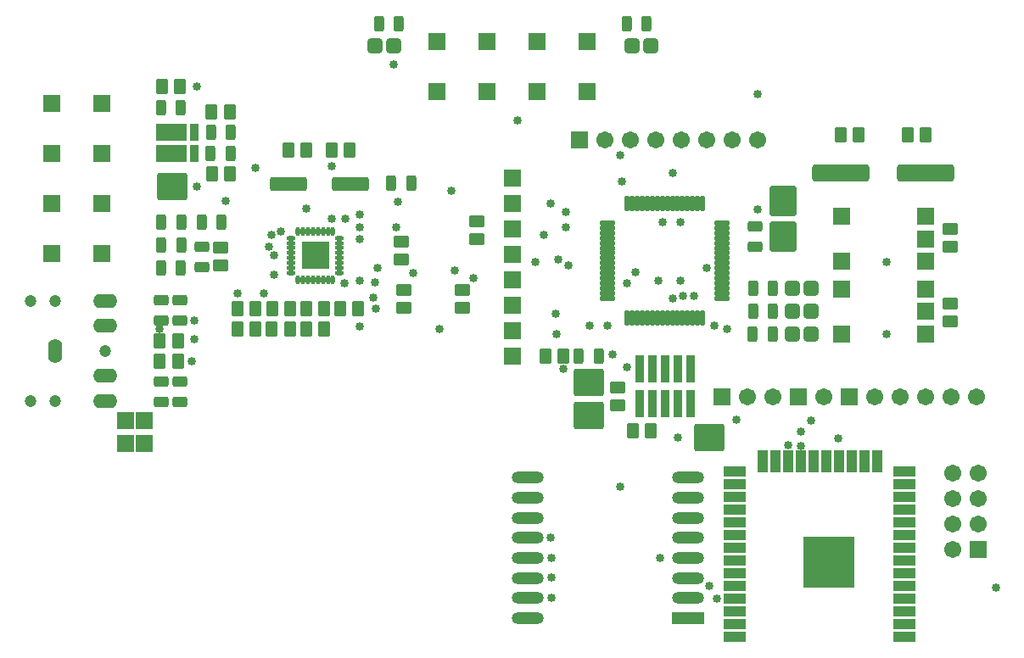
<source format=gts>
G04 Layer_Color=8388736*
%FSLAX43Y43*%
%MOMM*%
G71*
G01*
G75*
G04:AMPARAMS|DCode=57|XSize=2.997mm|YSize=2.743mm|CornerRadius=0.343mm|HoleSize=0mm|Usage=FLASHONLY|Rotation=180.000|XOffset=0mm|YOffset=0mm|HoleType=Round|Shape=RoundedRectangle|*
%AMROUNDEDRECTD57*
21,1,2.997,2.057,0,0,180.0*
21,1,2.311,2.743,0,0,180.0*
1,1,0.686,-1.156,1.029*
1,1,0.686,1.156,1.029*
1,1,0.686,1.156,-1.029*
1,1,0.686,-1.156,-1.029*
%
%ADD57ROUNDEDRECTD57*%
G04:AMPARAMS|DCode=58|XSize=2.997mm|YSize=2.743mm|CornerRadius=0.343mm|HoleSize=0mm|Usage=FLASHONLY|Rotation=270.000|XOffset=0mm|YOffset=0mm|HoleType=Round|Shape=RoundedRectangle|*
%AMROUNDEDRECTD58*
21,1,2.997,2.057,0,0,270.0*
21,1,2.311,2.743,0,0,270.0*
1,1,0.686,-1.029,-1.156*
1,1,0.686,-1.029,1.156*
1,1,0.686,1.029,1.156*
1,1,0.686,1.029,-1.156*
%
%ADD58ROUNDEDRECTD58*%
%ADD59R,1.727X1.727*%
%ADD60R,2.803X2.803*%
%ADD61O,0.953X0.453*%
%ADD62O,0.453X0.953*%
G04:AMPARAMS|DCode=63|XSize=1.603mm|YSize=1.203mm|CornerRadius=0.227mm|HoleSize=0mm|Usage=FLASHONLY|Rotation=270.000|XOffset=0mm|YOffset=0mm|HoleType=Round|Shape=RoundedRectangle|*
%AMROUNDEDRECTD63*
21,1,1.603,0.750,0,0,270.0*
21,1,1.150,1.203,0,0,270.0*
1,1,0.453,-0.375,-0.575*
1,1,0.453,-0.375,0.575*
1,1,0.453,0.375,0.575*
1,1,0.453,0.375,-0.575*
%
%ADD63ROUNDEDRECTD63*%
%ADD64R,5.203X5.203*%
%ADD65R,1.103X2.203*%
%ADD66R,2.203X1.103*%
G04:AMPARAMS|DCode=67|XSize=1.473mm|YSize=2.743mm|CornerRadius=0.26mm|HoleSize=0mm|Usage=FLASHONLY|Rotation=180.000|XOffset=0mm|YOffset=0mm|HoleType=Round|Shape=RoundedRectangle|*
%AMROUNDEDRECTD67*
21,1,1.473,2.223,0,0,180.0*
21,1,0.953,2.743,0,0,180.0*
1,1,0.521,-0.476,1.111*
1,1,0.521,0.476,1.111*
1,1,0.521,0.476,-1.111*
1,1,0.521,-0.476,-1.111*
%
%ADD67ROUNDEDRECTD67*%
%ADD68R,3.203X1.203*%
%ADD69O,3.203X1.203*%
G04:AMPARAMS|DCode=70|XSize=1.473mm|YSize=1.473mm|CornerRadius=0.26mm|HoleSize=0mm|Usage=FLASHONLY|Rotation=0.000|XOffset=0mm|YOffset=0mm|HoleType=Round|Shape=RoundedRectangle|*
%AMROUNDEDRECTD70*
21,1,1.473,0.953,0,0,0.0*
21,1,0.953,1.473,0,0,0.0*
1,1,0.521,0.476,-0.476*
1,1,0.521,-0.476,-0.476*
1,1,0.521,-0.476,0.476*
1,1,0.521,0.476,0.476*
%
%ADD70ROUNDEDRECTD70*%
G04:AMPARAMS|DCode=71|XSize=1.603mm|YSize=1.203mm|CornerRadius=0.227mm|HoleSize=0mm|Usage=FLASHONLY|Rotation=180.000|XOffset=0mm|YOffset=0mm|HoleType=Round|Shape=RoundedRectangle|*
%AMROUNDEDRECTD71*
21,1,1.603,0.750,0,0,180.0*
21,1,1.150,1.203,0,0,180.0*
1,1,0.453,-0.575,0.375*
1,1,0.453,0.575,0.375*
1,1,0.453,0.575,-0.375*
1,1,0.453,-0.575,-0.375*
%
%ADD71ROUNDEDRECTD71*%
G04:AMPARAMS|DCode=72|XSize=3.703mm|YSize=1.403mm|CornerRadius=0.252mm|HoleSize=0mm|Usage=FLASHONLY|Rotation=180.000|XOffset=0mm|YOffset=0mm|HoleType=Round|Shape=RoundedRectangle|*
%AMROUNDEDRECTD72*
21,1,3.703,0.900,0,0,180.0*
21,1,3.200,1.403,0,0,180.0*
1,1,0.503,-1.600,0.450*
1,1,0.503,1.600,0.450*
1,1,0.503,1.600,-0.450*
1,1,0.503,-1.600,-0.450*
%
%ADD72ROUNDEDRECTD72*%
G04:AMPARAMS|DCode=73|XSize=1.503mm|YSize=1.003mm|CornerRadius=0.202mm|HoleSize=0mm|Usage=FLASHONLY|Rotation=270.000|XOffset=0mm|YOffset=0mm|HoleType=Round|Shape=RoundedRectangle|*
%AMROUNDEDRECTD73*
21,1,1.503,0.600,0,0,270.0*
21,1,1.100,1.003,0,0,270.0*
1,1,0.403,-0.300,-0.550*
1,1,0.403,-0.300,0.550*
1,1,0.403,0.300,0.550*
1,1,0.403,0.300,-0.550*
%
%ADD73ROUNDEDRECTD73*%
G04:AMPARAMS|DCode=74|XSize=1.503mm|YSize=1.003mm|CornerRadius=0.202mm|HoleSize=0mm|Usage=FLASHONLY|Rotation=180.000|XOffset=0mm|YOffset=0mm|HoleType=Round|Shape=RoundedRectangle|*
%AMROUNDEDRECTD74*
21,1,1.503,0.600,0,0,180.0*
21,1,1.100,1.003,0,0,180.0*
1,1,0.403,-0.550,0.300*
1,1,0.403,0.550,0.300*
1,1,0.403,0.550,-0.300*
1,1,0.403,-0.550,-0.300*
%
%ADD74ROUNDEDRECTD74*%
G04:AMPARAMS|DCode=75|XSize=1.473mm|YSize=2.743mm|CornerRadius=0.26mm|HoleSize=0mm|Usage=FLASHONLY|Rotation=270.000|XOffset=0mm|YOffset=0mm|HoleType=Round|Shape=RoundedRectangle|*
%AMROUNDEDRECTD75*
21,1,1.473,2.223,0,0,270.0*
21,1,0.953,2.743,0,0,270.0*
1,1,0.521,-1.111,-0.476*
1,1,0.521,-1.111,0.476*
1,1,0.521,1.111,0.476*
1,1,0.521,1.111,-0.476*
%
%ADD75ROUNDEDRECTD75*%
%ADD76R,1.703X1.703*%
%ADD77O,1.603X0.503*%
%ADD78O,0.503X1.603*%
G04:AMPARAMS|DCode=79|XSize=5.703mm|YSize=1.703mm|CornerRadius=0.289mm|HoleSize=0mm|Usage=FLASHONLY|Rotation=0.000|XOffset=0mm|YOffset=0mm|HoleType=Round|Shape=RoundedRectangle|*
%AMROUNDEDRECTD79*
21,1,5.703,1.125,0,0,0.0*
21,1,5.125,1.703,0,0,0.0*
1,1,0.578,2.563,-0.563*
1,1,0.578,-2.563,-0.563*
1,1,0.578,-2.563,0.563*
1,1,0.578,2.563,0.563*
%
%ADD79ROUNDEDRECTD79*%
%ADD80R,0.903X2.703*%
%ADD81R,0.903X1.698*%
%ADD82R,3.153X1.698*%
%ADD83C,1.703*%
%ADD84R,1.703X1.703*%
%ADD85O,2.403X1.403*%
%ADD86O,1.403X2.403*%
%ADD87C,1.203*%
%ADD88C,0.853*%
D57*
X68580Y21082D02*
D03*
X14986Y46101D02*
D03*
X56515Y23241D02*
D03*
Y26543D02*
D03*
D58*
X75946Y41148D02*
D03*
Y44704D02*
D03*
D59*
X12192Y20447D02*
D03*
X10287D02*
D03*
X12192Y22733D02*
D03*
X10287D02*
D03*
D60*
X29261Y39243D02*
D03*
D61*
X31686Y40993D02*
D03*
Y40493D02*
D03*
Y39993D02*
D03*
Y39493D02*
D03*
Y38993D02*
D03*
Y38493D02*
D03*
Y37993D02*
D03*
Y37493D02*
D03*
X26836D02*
D03*
Y37993D02*
D03*
Y38493D02*
D03*
Y38993D02*
D03*
Y39493D02*
D03*
Y39993D02*
D03*
Y40493D02*
D03*
Y40993D02*
D03*
D62*
X31011Y36818D02*
D03*
X30511D02*
D03*
X30011D02*
D03*
X29511D02*
D03*
X29011D02*
D03*
X28511D02*
D03*
X28011D02*
D03*
X27511D02*
D03*
Y41668D02*
D03*
X28011D02*
D03*
X28511D02*
D03*
X29011D02*
D03*
X29511D02*
D03*
X30011D02*
D03*
X30511D02*
D03*
X31011D02*
D03*
D63*
X30161Y33909D02*
D03*
X28361D02*
D03*
X30161Y31877D02*
D03*
X28361D02*
D03*
X24932Y33909D02*
D03*
X26732D02*
D03*
X24921Y31877D02*
D03*
X26721D02*
D03*
X23263D02*
D03*
X21463D02*
D03*
X23263Y33960D02*
D03*
X21463D02*
D03*
X30901Y49784D02*
D03*
X32701D02*
D03*
X28372D02*
D03*
X26572D02*
D03*
X33539Y33909D02*
D03*
X31739D02*
D03*
X13728Y28702D02*
D03*
X15528D02*
D03*
X13948Y56134D02*
D03*
X15748D02*
D03*
X18901Y53594D02*
D03*
X20701D02*
D03*
X20723Y47371D02*
D03*
X18923D02*
D03*
X60949Y21717D02*
D03*
X62749D02*
D03*
X83450Y51308D02*
D03*
X81650D02*
D03*
X88381D02*
D03*
X90181D02*
D03*
X52186Y29210D02*
D03*
X53986D02*
D03*
X15539Y30734D02*
D03*
X13739D02*
D03*
D64*
X80518Y8636D02*
D03*
D65*
X73868Y18676D02*
D03*
X75138D02*
D03*
X76408D02*
D03*
X77678D02*
D03*
X78948D02*
D03*
X80218D02*
D03*
X81488D02*
D03*
X82758D02*
D03*
X84028D02*
D03*
X85298D02*
D03*
D66*
X88078Y17676D02*
D03*
Y16406D02*
D03*
Y15136D02*
D03*
Y13866D02*
D03*
Y12596D02*
D03*
Y11326D02*
D03*
Y10056D02*
D03*
Y8786D02*
D03*
Y7516D02*
D03*
Y6246D02*
D03*
Y4976D02*
D03*
Y3706D02*
D03*
Y2436D02*
D03*
Y1166D02*
D03*
X71078D02*
D03*
Y2436D02*
D03*
Y3706D02*
D03*
Y4976D02*
D03*
Y6246D02*
D03*
Y7516D02*
D03*
Y8786D02*
D03*
Y10056D02*
D03*
Y11326D02*
D03*
Y12596D02*
D03*
Y13866D02*
D03*
Y15136D02*
D03*
Y16406D02*
D03*
Y17676D02*
D03*
D67*
X67818Y21082D02*
D03*
X69342D02*
D03*
X15748Y46101D02*
D03*
X14224D02*
D03*
X55753Y23241D02*
D03*
X57277D02*
D03*
Y26543D02*
D03*
X55753D02*
D03*
D68*
X66419Y3049D02*
D03*
D69*
Y5049D02*
D03*
Y7049D02*
D03*
Y9049D02*
D03*
Y11049D02*
D03*
Y13049D02*
D03*
Y15049D02*
D03*
Y17049D02*
D03*
X50419Y3049D02*
D03*
Y5049D02*
D03*
Y7049D02*
D03*
Y9049D02*
D03*
Y11049D02*
D03*
Y13049D02*
D03*
Y15049D02*
D03*
Y17049D02*
D03*
D70*
X76835Y33655D02*
D03*
X78740D02*
D03*
X76835Y31369D02*
D03*
X78740D02*
D03*
X76835Y35941D02*
D03*
X78740D02*
D03*
X62738Y60198D02*
D03*
X60833D02*
D03*
X35179D02*
D03*
X37084D02*
D03*
D71*
X37846Y38840D02*
D03*
Y40640D02*
D03*
X38100Y34025D02*
D03*
Y35825D02*
D03*
X19812Y38227D02*
D03*
Y40027D02*
D03*
X92583Y40121D02*
D03*
Y41921D02*
D03*
Y32628D02*
D03*
Y34428D02*
D03*
X45339Y42683D02*
D03*
Y40883D02*
D03*
X43942Y35825D02*
D03*
Y34025D02*
D03*
X59436Y26046D02*
D03*
Y24246D02*
D03*
D72*
X26572Y46355D02*
D03*
X32712D02*
D03*
D73*
X36830Y46482D02*
D03*
X38830D02*
D03*
X13843Y37973D02*
D03*
X15843D02*
D03*
X15875Y40259D02*
D03*
X13875D02*
D03*
Y42545D02*
D03*
X15875D02*
D03*
X17923D02*
D03*
X19923D02*
D03*
X15859Y53975D02*
D03*
X13859D02*
D03*
X18828Y51562D02*
D03*
X20828D02*
D03*
X18812Y49403D02*
D03*
X20812D02*
D03*
X57531Y29210D02*
D03*
X55531D02*
D03*
X74898Y31369D02*
D03*
X72898D02*
D03*
X74930Y33655D02*
D03*
X72930D02*
D03*
X74930Y35941D02*
D03*
X72930D02*
D03*
X62325Y62357D02*
D03*
X60325D02*
D03*
X35592D02*
D03*
X37592D02*
D03*
D74*
X17907Y40116D02*
D03*
Y38116D02*
D03*
X15748Y24654D02*
D03*
Y26654D02*
D03*
X13843Y24638D02*
D03*
Y26638D02*
D03*
Y32782D02*
D03*
Y34782D02*
D03*
X15748D02*
D03*
Y32782D02*
D03*
X73152Y40132D02*
D03*
Y42132D02*
D03*
D75*
X75946Y41910D02*
D03*
Y40386D02*
D03*
Y45466D02*
D03*
Y43942D02*
D03*
D76*
X90183Y40894D02*
D03*
Y38633D02*
D03*
Y43155D02*
D03*
X81775Y38633D02*
D03*
Y43155D02*
D03*
X90183Y33655D02*
D03*
Y31394D02*
D03*
Y35916D02*
D03*
X81775Y31394D02*
D03*
Y35916D02*
D03*
X55626Y50800D02*
D03*
X69850Y25146D02*
D03*
X82550D02*
D03*
X77470D02*
D03*
X2921Y54403D02*
D03*
X7921D02*
D03*
Y49403D02*
D03*
X2921D02*
D03*
Y44403D02*
D03*
X7921D02*
D03*
X2921Y39403D02*
D03*
X7921D02*
D03*
D77*
X69835Y42485D02*
D03*
Y41985D02*
D03*
Y41485D02*
D03*
Y40985D02*
D03*
Y40485D02*
D03*
Y39985D02*
D03*
Y39485D02*
D03*
Y38985D02*
D03*
Y38485D02*
D03*
Y37985D02*
D03*
Y37485D02*
D03*
Y36985D02*
D03*
Y36485D02*
D03*
Y35985D02*
D03*
Y35485D02*
D03*
Y34985D02*
D03*
X58435D02*
D03*
Y35485D02*
D03*
Y35985D02*
D03*
Y36485D02*
D03*
Y36985D02*
D03*
Y37485D02*
D03*
Y37985D02*
D03*
Y38485D02*
D03*
Y38985D02*
D03*
Y39485D02*
D03*
Y39985D02*
D03*
Y40485D02*
D03*
Y40985D02*
D03*
Y41485D02*
D03*
Y41985D02*
D03*
Y42485D02*
D03*
D78*
X67885Y33035D02*
D03*
X67385D02*
D03*
X66885D02*
D03*
X66385D02*
D03*
X65885D02*
D03*
X65385D02*
D03*
X64885D02*
D03*
X64385D02*
D03*
X63885D02*
D03*
X63385D02*
D03*
X62885D02*
D03*
X62385D02*
D03*
X61885D02*
D03*
X61385D02*
D03*
X60885D02*
D03*
X60385D02*
D03*
Y44435D02*
D03*
X60885D02*
D03*
X61385D02*
D03*
X61885D02*
D03*
X62385D02*
D03*
X62885D02*
D03*
X63385D02*
D03*
X63885D02*
D03*
X64385D02*
D03*
X64885D02*
D03*
X65385D02*
D03*
X65885D02*
D03*
X66385D02*
D03*
X66885D02*
D03*
X67385D02*
D03*
X67885D02*
D03*
D79*
X81661Y47498D02*
D03*
X90161D02*
D03*
D80*
X61595Y24450D02*
D03*
X62865D02*
D03*
X64135D02*
D03*
X65405D02*
D03*
X66675D02*
D03*
Y27940D02*
D03*
X65405D02*
D03*
X64135D02*
D03*
X62865D02*
D03*
X61595D02*
D03*
D81*
X17189Y49422D02*
D03*
Y51572D02*
D03*
D82*
X14859Y49422D02*
D03*
Y51562D02*
D03*
D83*
X92837Y17526D02*
D03*
X95377D02*
D03*
X92837Y14986D02*
D03*
X95377D02*
D03*
X92837Y12446D02*
D03*
X95377D02*
D03*
X92837Y9906D02*
D03*
X73406Y50800D02*
D03*
X70866D02*
D03*
X68326D02*
D03*
X65786D02*
D03*
X63246D02*
D03*
X60706D02*
D03*
X58166D02*
D03*
X74930Y25146D02*
D03*
X72390D02*
D03*
X95250D02*
D03*
X92710D02*
D03*
X90170D02*
D03*
X87630D02*
D03*
X85090D02*
D03*
X80010D02*
D03*
D84*
X95377Y9906D02*
D03*
X56388Y60626D02*
D03*
Y55626D02*
D03*
X51388D02*
D03*
Y60626D02*
D03*
X46388D02*
D03*
Y55626D02*
D03*
X41388Y60626D02*
D03*
Y55626D02*
D03*
X48895Y29210D02*
D03*
Y46990D02*
D03*
Y41910D02*
D03*
Y39370D02*
D03*
Y44450D02*
D03*
Y36830D02*
D03*
Y31750D02*
D03*
Y34290D02*
D03*
D85*
X8322Y34718D02*
D03*
Y32218D02*
D03*
Y27218D02*
D03*
Y24718D02*
D03*
D86*
X3322Y29718D02*
D03*
D87*
X8322D02*
D03*
X3322Y24718D02*
D03*
X822D02*
D03*
X3322Y34718D02*
D03*
X822D02*
D03*
D88*
X28711Y38693D02*
D03*
Y39793D02*
D03*
X29811Y38693D02*
D03*
Y39793D02*
D03*
X64897Y34925D02*
D03*
X61214Y37592D02*
D03*
X60325Y36449D02*
D03*
X54483Y38227D02*
D03*
X53467Y38862D02*
D03*
X53213Y33401D02*
D03*
X53340Y31369D02*
D03*
X56642Y32258D02*
D03*
X58420D02*
D03*
X52705Y44450D02*
D03*
X54229Y43561D02*
D03*
Y42037D02*
D03*
X52070Y41275D02*
D03*
X51181Y38608D02*
D03*
X59690Y49276D02*
D03*
X75946Y45466D02*
D03*
X64897Y47498D02*
D03*
X41656Y31877D02*
D03*
X45021Y37021D02*
D03*
X42799Y45720D02*
D03*
X43180Y37719D02*
D03*
X37084Y58293D02*
D03*
X38989Y37465D02*
D03*
X35433Y37973D02*
D03*
X33655Y32131D02*
D03*
X37465Y44577D02*
D03*
X32131Y36449D02*
D03*
X37338Y42037D02*
D03*
X33655Y43307D02*
D03*
Y42037D02*
D03*
Y40894D02*
D03*
X35179Y36576D02*
D03*
X35052Y35052D02*
D03*
X33655Y36703D02*
D03*
X35306Y33909D02*
D03*
X17145Y30861D02*
D03*
X13739Y31877D02*
D03*
X17399Y56134D02*
D03*
Y46101D02*
D03*
X23241Y48006D02*
D03*
X28321Y43942D02*
D03*
X30861Y48133D02*
D03*
X32258Y42926D02*
D03*
X30861D02*
D03*
X20320Y44704D02*
D03*
X21463Y35433D02*
D03*
X24130D02*
D03*
X25146Y37338D02*
D03*
X24892Y41275D02*
D03*
X25146Y39243D02*
D03*
X24638Y40132D02*
D03*
X25781Y41656D02*
D03*
X16891Y28702D02*
D03*
X17145Y32766D02*
D03*
X65913Y35179D02*
D03*
X67056D02*
D03*
X69088Y32258D02*
D03*
X70358Y31877D02*
D03*
X68326Y37973D02*
D03*
X65659Y42545D02*
D03*
X63881D02*
D03*
X60325Y28067D02*
D03*
X64135Y27051D02*
D03*
X66675D02*
D03*
X65659Y36703D02*
D03*
X63500D02*
D03*
X86233Y31394D02*
D03*
Y38608D02*
D03*
X75946Y40386D02*
D03*
X73406Y43815D02*
D03*
X53975Y27940D02*
D03*
X63627Y9017D02*
D03*
X69342Y4953D02*
D03*
X68580Y6223D02*
D03*
X78740Y22733D02*
D03*
X77678Y21671D02*
D03*
X76454Y20320D02*
D03*
X81407Y20955D02*
D03*
X52705Y11049D02*
D03*
X52832Y9017D02*
D03*
Y7112D02*
D03*
Y5080D02*
D03*
X71247Y22860D02*
D03*
X77724Y20193D02*
D03*
X58928Y29337D02*
D03*
X59690Y16129D02*
D03*
X65405Y21082D02*
D03*
X49403Y52705D02*
D03*
X59817Y46609D02*
D03*
X73406Y55372D02*
D03*
X97155Y6096D02*
D03*
M02*

</source>
